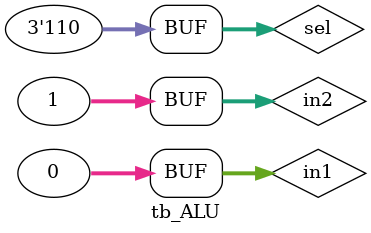
<source format=v>
`timescale 1ns / 1ps
module ALU #(parameter width = 32)
				(input signed [width-1:0] op1, op2,
				 input [2:0] sel,
				 output reg zero,
				 output reg signed [width-1:0] out);
				 
		parameter ALUand = 3'b000; //a & b
		parameter ALUor = 3'b001;	// a | b
		parameter ALUadd = 3'b010;	//a + b
		parameter ALUandnot = 3'b100; //a&~b
		parameter ALUornot = 3'b101; //a|~b
		parameter ALUsub = 3'b110;	//a-b
		parameter ALUslt = 3'b111;	//set less than. Output 1 if a < b, else output 0
	
	always@* begin
		case (sel)
			ALUand:	begin out <= (op1 & op2);
								zero <= 0;
						end
			ALUor:	out <= (op1 | op2);
			ALUadd:	out <= op1 + op2;
			ALUandnot:	out <= op1 & (~op2);
			ALUornot:	out <= op1 | (~op2);
			ALUsub:	begin if (op1 - op2) zero <= 0;
								else zero <= 1;
						out <= op1 - op2;
						end
			ALUslt:	if (op1 < op2) begin out <= 1; zero <= 0; end
						else out <= 0;
			default: out <= 0;
		endcase
	end

endmodule

module tb_ALU;
	parameter w = 32;
	reg signed [w-1:0] in1, in2;
	reg [2:0] sel;
	wire z;
	wire signed [w-1:0] result;
	
	ALU #(.width(w)) t1 (.op1(in1), .op2(in2), .sel(sel), .zero(z), .out(result));
	
	initial begin
	in1 = 0; in2 = 1; sel = 0;
	#15 sel = 1;
	#15 sel = 2;
	#15 sel = 4;
	#15 sel = 5;
	#15 sel = 7;
	#15 sel = 6;
	end
endmodule

</source>
